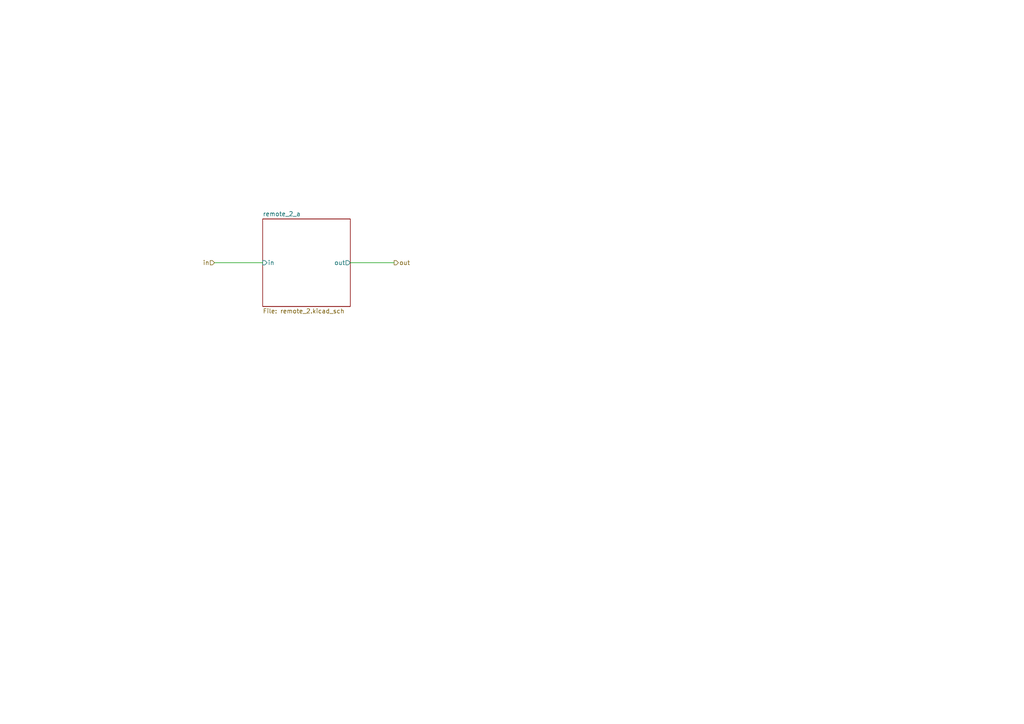
<source format=kicad_sch>
(kicad_sch
	(version 20231120)
	(generator "eeschema")
	(generator_version "8.0")
	(uuid "c4b0edbb-6758-4ea5-8922-7c7b8bc1bcca")
	(paper "A4")
	(lib_symbols)
	(wire
		(pts
			(xy 101.6 76.2) (xy 114.3 76.2)
		)
		(stroke
			(width 0)
			(type default)
		)
		(uuid "22ad8bd4-9894-40e7-a726-0bbbc23bbd45")
	)
	(wire
		(pts
			(xy 62.23 76.2) (xy 76.2 76.2)
		)
		(stroke
			(width 0)
			(type default)
		)
		(uuid "bcb6f922-1de1-4228-a2af-e443e2a16fc4")
	)
	(hierarchical_label "out"
		(shape output)
		(at 114.3 76.2 0)
		(fields_autoplaced yes)
		(effects
			(font
				(size 1.27 1.27)
			)
			(justify left)
		)
		(uuid "09819737-e70a-4e40-8524-f46df802ee81")
	)
	(hierarchical_label "in"
		(shape input)
		(at 62.23 76.2 180)
		(fields_autoplaced yes)
		(effects
			(font
				(size 1.27 1.27)
			)
			(justify right)
		)
		(uuid "1f649ac7-645f-4ef7-b5f5-0251ef60196a")
	)
	(sheet
		(at 76.2 63.5)
		(size 25.4 25.4)
		(fields_autoplaced yes)
		(stroke
			(width 0.1524)
			(type solid)
		)
		(fill
			(color 0 0 0 0.0000)
		)
		(uuid "97ef4b29-c556-4d47-83c4-b8baa2c0e23f")
		(property "Sheetname" "remote_2_a"
			(at 76.2 62.7884 0)
			(effects
				(font
					(size 1.27 1.27)
				)
				(justify left bottom)
			)
		)
		(property "Sheetfile" "remote_2.kicad_sch"
			(at 76.2 89.4846 0)
			(effects
				(font
					(size 1.27 1.27)
				)
				(justify left top)
			)
		)
		(pin "out" output
			(at 101.6 76.2 0)
			(effects
				(font
					(size 1.27 1.27)
				)
				(justify right)
			)
			(uuid "f9ac7108-afed-496d-9c8d-ad2ff4e4210f")
		)
		(pin "in" input
			(at 76.2 76.2 180)
			(effects
				(font
					(size 1.27 1.27)
				)
				(justify left)
			)
			(uuid "b5952e45-7819-47c6-9639-3f9981f3e1cc")
		)
		(instances
			(project "save_restore_source_project"
				(path "/c2758c0b-1161-4b10-8169-92fe64b84f07/247660e6-4fde-4c90-8d89-8b2cc3aad5c3"
					(page "13")
				)
			)
		)
	)
)
</source>
